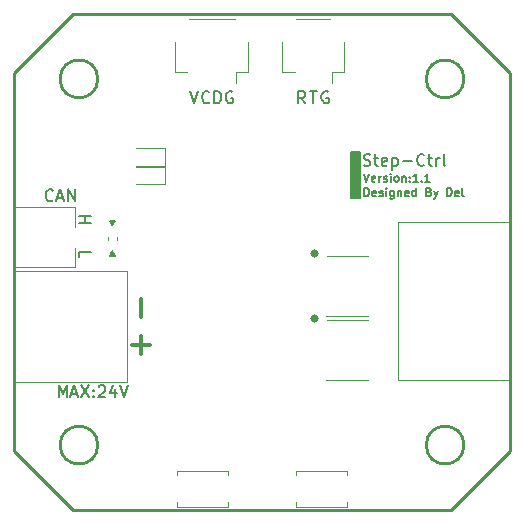
<source format=gbr>
%TF.GenerationSoftware,KiCad,Pcbnew,(6.0.5)*%
%TF.CreationDate,2023-02-02T15:23:46+08:00*%
%TF.ProjectId,Step_Ctrl_V2,53746570-5f43-4747-926c-5f56322e6b69,rev?*%
%TF.SameCoordinates,Original*%
%TF.FileFunction,Legend,Top*%
%TF.FilePolarity,Positive*%
%FSLAX46Y46*%
G04 Gerber Fmt 4.6, Leading zero omitted, Abs format (unit mm)*
G04 Created by KiCad (PCBNEW (6.0.5)) date 2023-02-02 15:23:46*
%MOMM*%
%LPD*%
G01*
G04 APERTURE LIST*
%ADD10C,0.150000*%
%ADD11C,0.130000*%
%ADD12C,0.160000*%
%ADD13C,0.300000*%
%TA.AperFunction,Profile*%
%ADD14C,0.250000*%
%TD*%
%ADD15C,0.120000*%
%ADD16C,0.360000*%
G04 APERTURE END LIST*
D10*
X135261904Y-84400000D02*
X135166666Y-84352380D01*
X135023809Y-84352380D01*
X134880952Y-84400000D01*
X134785714Y-84495238D01*
X134738095Y-84590476D01*
X134690476Y-84780952D01*
X134690476Y-84923809D01*
X134738095Y-85114285D01*
X134785714Y-85209523D01*
X134880952Y-85304761D01*
X135023809Y-85352380D01*
X135119047Y-85352380D01*
X135261904Y-85304761D01*
X135309523Y-85257142D01*
X135309523Y-84923809D01*
X135119047Y-84923809D01*
X133714285Y-84352380D02*
X134285714Y-84352380D01*
X134000000Y-85352380D02*
X134000000Y-84352380D01*
X133309523Y-85352380D02*
X132976190Y-84876190D01*
X132738095Y-85352380D02*
X132738095Y-84352380D01*
X133119047Y-84352380D01*
X133214285Y-84400000D01*
X133261904Y-84447619D01*
X133309523Y-84542857D01*
X133309523Y-84685714D01*
X133261904Y-84780952D01*
X133214285Y-84828571D01*
X133119047Y-84876190D01*
X132738095Y-84876190D01*
X127161904Y-84400000D02*
X127066666Y-84352380D01*
X126923809Y-84352380D01*
X126780952Y-84400000D01*
X126685714Y-84495238D01*
X126638095Y-84590476D01*
X126590476Y-84780952D01*
X126590476Y-84923809D01*
X126638095Y-85114285D01*
X126685714Y-85209523D01*
X126780952Y-85304761D01*
X126923809Y-85352380D01*
X127019047Y-85352380D01*
X127161904Y-85304761D01*
X127209523Y-85257142D01*
X127209523Y-84923809D01*
X127019047Y-84923809D01*
X125638095Y-85352380D02*
X125638095Y-84352380D01*
X125876190Y-84352380D01*
X126019047Y-84400000D01*
X126114285Y-84495238D01*
X126161904Y-84590476D01*
X126209523Y-84780952D01*
X126209523Y-84923809D01*
X126161904Y-85114285D01*
X126114285Y-85209523D01*
X126019047Y-85304761D01*
X125876190Y-85352380D01*
X125638095Y-85352380D01*
X125209523Y-85257142D02*
X125161904Y-85304761D01*
X125019047Y-85352380D01*
X124923809Y-85352380D01*
X124780952Y-85304761D01*
X124685714Y-85209523D01*
X124638095Y-85114285D01*
X124590476Y-84923809D01*
X124590476Y-84780952D01*
X124638095Y-84590476D01*
X124685714Y-84495238D01*
X124780952Y-84400000D01*
X124923809Y-84352380D01*
X125019047Y-84352380D01*
X125161904Y-84400000D01*
X125209523Y-84447619D01*
X123566666Y-84352380D02*
X123900000Y-85352380D01*
X124233333Y-84352380D01*
G36*
X138000000Y-93400000D02*
G01*
X137200000Y-93400000D01*
X137200000Y-89500000D01*
X138000000Y-89500000D01*
X138000000Y-93400000D01*
G37*
X138000000Y-93400000D02*
X137200000Y-93400000D01*
X137200000Y-89500000D01*
X138000000Y-89500000D01*
X138000000Y-93400000D01*
D11*
X138333333Y-93216666D02*
X138333333Y-92516666D01*
X138500000Y-92516666D01*
X138600000Y-92550000D01*
X138666666Y-92616666D01*
X138700000Y-92683333D01*
X138733333Y-92816666D01*
X138733333Y-92916666D01*
X138700000Y-93050000D01*
X138666666Y-93116666D01*
X138600000Y-93183333D01*
X138500000Y-93216666D01*
X138333333Y-93216666D01*
X139300000Y-93183333D02*
X139233333Y-93216666D01*
X139100000Y-93216666D01*
X139033333Y-93183333D01*
X139000000Y-93116666D01*
X139000000Y-92850000D01*
X139033333Y-92783333D01*
X139100000Y-92750000D01*
X139233333Y-92750000D01*
X139300000Y-92783333D01*
X139333333Y-92850000D01*
X139333333Y-92916666D01*
X139000000Y-92983333D01*
X139600000Y-93183333D02*
X139666666Y-93216666D01*
X139800000Y-93216666D01*
X139866666Y-93183333D01*
X139900000Y-93116666D01*
X139900000Y-93083333D01*
X139866666Y-93016666D01*
X139800000Y-92983333D01*
X139700000Y-92983333D01*
X139633333Y-92950000D01*
X139600000Y-92883333D01*
X139600000Y-92850000D01*
X139633333Y-92783333D01*
X139700000Y-92750000D01*
X139800000Y-92750000D01*
X139866666Y-92783333D01*
X140200000Y-93216666D02*
X140200000Y-92750000D01*
X140200000Y-92516666D02*
X140166666Y-92550000D01*
X140200000Y-92583333D01*
X140233333Y-92550000D01*
X140200000Y-92516666D01*
X140200000Y-92583333D01*
X140833333Y-92750000D02*
X140833333Y-93316666D01*
X140800000Y-93383333D01*
X140766666Y-93416666D01*
X140700000Y-93450000D01*
X140600000Y-93450000D01*
X140533333Y-93416666D01*
X140833333Y-93183333D02*
X140766666Y-93216666D01*
X140633333Y-93216666D01*
X140566666Y-93183333D01*
X140533333Y-93150000D01*
X140500000Y-93083333D01*
X140500000Y-92883333D01*
X140533333Y-92816666D01*
X140566666Y-92783333D01*
X140633333Y-92750000D01*
X140766666Y-92750000D01*
X140833333Y-92783333D01*
X141166666Y-92750000D02*
X141166666Y-93216666D01*
X141166666Y-92816666D02*
X141200000Y-92783333D01*
X141266666Y-92750000D01*
X141366666Y-92750000D01*
X141433333Y-92783333D01*
X141466666Y-92850000D01*
X141466666Y-93216666D01*
X142066666Y-93183333D02*
X142000000Y-93216666D01*
X141866666Y-93216666D01*
X141800000Y-93183333D01*
X141766666Y-93116666D01*
X141766666Y-92850000D01*
X141800000Y-92783333D01*
X141866666Y-92750000D01*
X142000000Y-92750000D01*
X142066666Y-92783333D01*
X142100000Y-92850000D01*
X142100000Y-92916666D01*
X141766666Y-92983333D01*
X142700000Y-93216666D02*
X142700000Y-92516666D01*
X142700000Y-93183333D02*
X142633333Y-93216666D01*
X142500000Y-93216666D01*
X142433333Y-93183333D01*
X142400000Y-93150000D01*
X142366666Y-93083333D01*
X142366666Y-92883333D01*
X142400000Y-92816666D01*
X142433333Y-92783333D01*
X142500000Y-92750000D01*
X142633333Y-92750000D01*
X142700000Y-92783333D01*
X143800000Y-92850000D02*
X143900000Y-92883333D01*
X143933333Y-92916666D01*
X143966666Y-92983333D01*
X143966666Y-93083333D01*
X143933333Y-93150000D01*
X143900000Y-93183333D01*
X143833333Y-93216666D01*
X143566666Y-93216666D01*
X143566666Y-92516666D01*
X143800000Y-92516666D01*
X143866666Y-92550000D01*
X143900000Y-92583333D01*
X143933333Y-92650000D01*
X143933333Y-92716666D01*
X143900000Y-92783333D01*
X143866666Y-92816666D01*
X143800000Y-92850000D01*
X143566666Y-92850000D01*
X144200000Y-92750000D02*
X144366666Y-93216666D01*
X144533333Y-92750000D02*
X144366666Y-93216666D01*
X144300000Y-93383333D01*
X144266666Y-93416666D01*
X144200000Y-93450000D01*
X145333333Y-93216666D02*
X145333333Y-92516666D01*
X145500000Y-92516666D01*
X145600000Y-92550000D01*
X145666666Y-92616666D01*
X145700000Y-92683333D01*
X145733333Y-92816666D01*
X145733333Y-92916666D01*
X145700000Y-93050000D01*
X145666666Y-93116666D01*
X145600000Y-93183333D01*
X145500000Y-93216666D01*
X145333333Y-93216666D01*
X146300000Y-93183333D02*
X146233333Y-93216666D01*
X146100000Y-93216666D01*
X146033333Y-93183333D01*
X146000000Y-93116666D01*
X146000000Y-92850000D01*
X146033333Y-92783333D01*
X146100000Y-92750000D01*
X146233333Y-92750000D01*
X146300000Y-92783333D01*
X146333333Y-92850000D01*
X146333333Y-92916666D01*
X146000000Y-92983333D01*
X146733333Y-93216666D02*
X146666666Y-93183333D01*
X146633333Y-93116666D01*
X146633333Y-92516666D01*
X138266666Y-91316666D02*
X138500000Y-92016666D01*
X138733333Y-91316666D01*
X139233333Y-91983333D02*
X139166666Y-92016666D01*
X139033333Y-92016666D01*
X138966666Y-91983333D01*
X138933333Y-91916666D01*
X138933333Y-91650000D01*
X138966666Y-91583333D01*
X139033333Y-91550000D01*
X139166666Y-91550000D01*
X139233333Y-91583333D01*
X139266666Y-91650000D01*
X139266666Y-91716666D01*
X138933333Y-91783333D01*
X139566666Y-92016666D02*
X139566666Y-91550000D01*
X139566666Y-91683333D02*
X139600000Y-91616666D01*
X139633333Y-91583333D01*
X139700000Y-91550000D01*
X139766666Y-91550000D01*
X139966666Y-91983333D02*
X140033333Y-92016666D01*
X140166666Y-92016666D01*
X140233333Y-91983333D01*
X140266666Y-91916666D01*
X140266666Y-91883333D01*
X140233333Y-91816666D01*
X140166666Y-91783333D01*
X140066666Y-91783333D01*
X140000000Y-91750000D01*
X139966666Y-91683333D01*
X139966666Y-91650000D01*
X140000000Y-91583333D01*
X140066666Y-91550000D01*
X140166666Y-91550000D01*
X140233333Y-91583333D01*
X140566666Y-92016666D02*
X140566666Y-91550000D01*
X140566666Y-91316666D02*
X140533333Y-91350000D01*
X140566666Y-91383333D01*
X140600000Y-91350000D01*
X140566666Y-91316666D01*
X140566666Y-91383333D01*
X141000000Y-92016666D02*
X140933333Y-91983333D01*
X140900000Y-91950000D01*
X140866666Y-91883333D01*
X140866666Y-91683333D01*
X140900000Y-91616666D01*
X140933333Y-91583333D01*
X141000000Y-91550000D01*
X141100000Y-91550000D01*
X141166666Y-91583333D01*
X141200000Y-91616666D01*
X141233333Y-91683333D01*
X141233333Y-91883333D01*
X141200000Y-91950000D01*
X141166666Y-91983333D01*
X141100000Y-92016666D01*
X141000000Y-92016666D01*
X141533333Y-91550000D02*
X141533333Y-92016666D01*
X141533333Y-91616666D02*
X141566666Y-91583333D01*
X141633333Y-91550000D01*
X141733333Y-91550000D01*
X141800000Y-91583333D01*
X141833333Y-91650000D01*
X141833333Y-92016666D01*
X142166666Y-91950000D02*
X142200000Y-91983333D01*
X142166666Y-92016666D01*
X142133333Y-91983333D01*
X142166666Y-91950000D01*
X142166666Y-92016666D01*
X142166666Y-91583333D02*
X142200000Y-91616666D01*
X142166666Y-91650000D01*
X142133333Y-91616666D01*
X142166666Y-91583333D01*
X142166666Y-91650000D01*
X142866666Y-92016666D02*
X142466666Y-92016666D01*
X142666666Y-92016666D02*
X142666666Y-91316666D01*
X142600000Y-91416666D01*
X142533333Y-91483333D01*
X142466666Y-91516666D01*
X143166666Y-91950000D02*
X143200000Y-91983333D01*
X143166666Y-92016666D01*
X143133333Y-91983333D01*
X143166666Y-91950000D01*
X143166666Y-92016666D01*
X143866666Y-92016666D02*
X143466666Y-92016666D01*
X143666666Y-92016666D02*
X143666666Y-91316666D01*
X143600000Y-91416666D01*
X143533333Y-91483333D01*
X143466666Y-91516666D01*
D12*
X138271428Y-90604761D02*
X138414285Y-90652380D01*
X138652380Y-90652380D01*
X138747619Y-90604761D01*
X138795238Y-90557142D01*
X138842857Y-90461904D01*
X138842857Y-90366666D01*
X138795238Y-90271428D01*
X138747619Y-90223809D01*
X138652380Y-90176190D01*
X138461904Y-90128571D01*
X138366666Y-90080952D01*
X138319047Y-90033333D01*
X138271428Y-89938095D01*
X138271428Y-89842857D01*
X138319047Y-89747619D01*
X138366666Y-89700000D01*
X138461904Y-89652380D01*
X138700000Y-89652380D01*
X138842857Y-89700000D01*
X139128571Y-89985714D02*
X139509523Y-89985714D01*
X139271428Y-89652380D02*
X139271428Y-90509523D01*
X139319047Y-90604761D01*
X139414285Y-90652380D01*
X139509523Y-90652380D01*
X140223809Y-90604761D02*
X140128571Y-90652380D01*
X139938095Y-90652380D01*
X139842857Y-90604761D01*
X139795238Y-90509523D01*
X139795238Y-90128571D01*
X139842857Y-90033333D01*
X139938095Y-89985714D01*
X140128571Y-89985714D01*
X140223809Y-90033333D01*
X140271428Y-90128571D01*
X140271428Y-90223809D01*
X139795238Y-90319047D01*
X140700000Y-89985714D02*
X140700000Y-90985714D01*
X140700000Y-90033333D02*
X140795238Y-89985714D01*
X140985714Y-89985714D01*
X141080952Y-90033333D01*
X141128571Y-90080952D01*
X141176190Y-90176190D01*
X141176190Y-90461904D01*
X141128571Y-90557142D01*
X141080952Y-90604761D01*
X140985714Y-90652380D01*
X140795238Y-90652380D01*
X140700000Y-90604761D01*
X141604761Y-90271428D02*
X142366666Y-90271428D01*
X143414285Y-90557142D02*
X143366666Y-90604761D01*
X143223809Y-90652380D01*
X143128571Y-90652380D01*
X142985714Y-90604761D01*
X142890476Y-90509523D01*
X142842857Y-90414285D01*
X142795238Y-90223809D01*
X142795238Y-90080952D01*
X142842857Y-89890476D01*
X142890476Y-89795238D01*
X142985714Y-89700000D01*
X143128571Y-89652380D01*
X143223809Y-89652380D01*
X143366666Y-89700000D01*
X143414285Y-89747619D01*
X143700000Y-89985714D02*
X144080952Y-89985714D01*
X143842857Y-89652380D02*
X143842857Y-90509523D01*
X143890476Y-90604761D01*
X143985714Y-90652380D01*
X144080952Y-90652380D01*
X144414285Y-90652380D02*
X144414285Y-89985714D01*
X144414285Y-90176190D02*
X144461904Y-90080952D01*
X144509523Y-90033333D01*
X144604761Y-89985714D01*
X144700000Y-89985714D01*
X145176190Y-90652380D02*
X145080952Y-90604761D01*
X145033333Y-90509523D01*
X145033333Y-89652380D01*
D10*
G36*
X117200000Y-98300000D02*
G01*
X116800000Y-98300000D01*
X117000000Y-97900000D01*
X117200000Y-98300000D01*
G37*
X117200000Y-98300000D02*
X116800000Y-98300000D01*
X117000000Y-97900000D01*
X117200000Y-98300000D01*
G36*
X117000000Y-95700000D02*
G01*
X116800000Y-95300000D01*
X117200000Y-95300000D01*
X117000000Y-95700000D01*
G37*
X117000000Y-95700000D02*
X116800000Y-95300000D01*
X117200000Y-95300000D01*
X117000000Y-95700000D01*
X114147619Y-98409523D02*
X114147619Y-97933333D01*
X115147619Y-97933333D01*
X114147619Y-94914285D02*
X115147619Y-94914285D01*
X114671428Y-94914285D02*
X114671428Y-95485714D01*
X114147619Y-95485714D02*
X115147619Y-95485714D01*
X111957142Y-93557142D02*
X111909523Y-93604761D01*
X111766666Y-93652380D01*
X111671428Y-93652380D01*
X111528571Y-93604761D01*
X111433333Y-93509523D01*
X111385714Y-93414285D01*
X111338095Y-93223809D01*
X111338095Y-93080952D01*
X111385714Y-92890476D01*
X111433333Y-92795238D01*
X111528571Y-92700000D01*
X111671428Y-92652380D01*
X111766666Y-92652380D01*
X111909523Y-92700000D01*
X111957142Y-92747619D01*
X112338095Y-93366666D02*
X112814285Y-93366666D01*
X112242857Y-93652380D02*
X112576190Y-92652380D01*
X112909523Y-93652380D01*
X113242857Y-93652380D02*
X113242857Y-92652380D01*
X113814285Y-93652380D01*
X113814285Y-92652380D01*
D13*
X119442857Y-103461904D02*
X119442857Y-101938095D01*
X119442857Y-106561904D02*
X119442857Y-105038095D01*
X120204761Y-105800000D02*
X118680952Y-105800000D01*
D10*
X112442857Y-110252380D02*
X112442857Y-109252380D01*
X112776190Y-109966666D01*
X113109523Y-109252380D01*
X113109523Y-110252380D01*
X113538095Y-109966666D02*
X114014285Y-109966666D01*
X113442857Y-110252380D02*
X113776190Y-109252380D01*
X114109523Y-110252380D01*
X114347619Y-109252380D02*
X115014285Y-110252380D01*
X115014285Y-109252380D02*
X114347619Y-110252380D01*
X115395238Y-110157142D02*
X115442857Y-110204761D01*
X115395238Y-110252380D01*
X115347619Y-110204761D01*
X115395238Y-110157142D01*
X115395238Y-110252380D01*
X115395238Y-109633333D02*
X115442857Y-109680952D01*
X115395238Y-109728571D01*
X115347619Y-109680952D01*
X115395238Y-109633333D01*
X115395238Y-109728571D01*
X115823809Y-109347619D02*
X115871428Y-109300000D01*
X115966666Y-109252380D01*
X116204761Y-109252380D01*
X116300000Y-109300000D01*
X116347619Y-109347619D01*
X116395238Y-109442857D01*
X116395238Y-109538095D01*
X116347619Y-109680952D01*
X115776190Y-110252380D01*
X116395238Y-110252380D01*
X117252380Y-109585714D02*
X117252380Y-110252380D01*
X117014285Y-109204761D02*
X116776190Y-109919047D01*
X117395238Y-109919047D01*
X117633333Y-109252380D02*
X117966666Y-110252380D01*
X118300000Y-109252380D01*
D14*
X146761000Y-114300000D02*
G75*
G03*
X146761000Y-114300000I-1600000J0D01*
G01*
X145661000Y-119800000D02*
X150661000Y-114800000D01*
X113661000Y-119800000D02*
X145661000Y-119800000D01*
X150661000Y-114800000D02*
X150661000Y-82800000D01*
X145661000Y-77800000D02*
X150661000Y-82800000D01*
X115761000Y-83300000D02*
G75*
G03*
X115761000Y-83300000I-1600000J0D01*
G01*
X146761000Y-83300000D02*
G75*
G03*
X146761000Y-83300000I-1600000J0D01*
G01*
X115761000Y-114300000D02*
G75*
G03*
X115761000Y-114300000I-1600000J0D01*
G01*
X145661000Y-77800000D02*
X113661000Y-77800000D01*
X108661000Y-82800000D02*
X108661000Y-114800000D01*
X108661000Y-82800000D02*
X113661000Y-77800000D01*
X113661000Y-119800000D02*
X108661000Y-114800000D01*
D15*
%TO.C,J2*%
X127340000Y-78215000D02*
X123460000Y-78215000D01*
X128510000Y-80185000D02*
X128510000Y-82685000D01*
X122290000Y-80185000D02*
X122290000Y-82685000D01*
X128510000Y-82685000D02*
X127460000Y-82685000D01*
X122290000Y-82685000D02*
X123340000Y-82685000D01*
X127460000Y-82685000D02*
X127460000Y-83675000D01*
%TO.C,J1*%
X118250000Y-108970000D02*
X108750000Y-108970000D01*
X118250000Y-99570000D02*
X118250000Y-108970000D01*
X108750000Y-99570000D02*
X118250000Y-99570000D01*
X108750000Y-108970000D02*
X108750000Y-99570000D01*
%TO.C,U6*%
X138678000Y-108830500D02*
X135122000Y-108830500D01*
X135135000Y-103750500D02*
X138678000Y-103750500D01*
D16*
X134286000Y-103577500D02*
G75*
G03*
X134286000Y-103577500I-180000J0D01*
G01*
D15*
%TO.C,U5*%
X138678000Y-103330500D02*
X135122000Y-103330500D01*
X135135000Y-98250500D02*
X138678000Y-98250500D01*
D16*
X134286000Y-98077500D02*
G75*
G03*
X134286000Y-98077500I-180000J0D01*
G01*
D15*
%TO.C,SW2*%
X136819000Y-119524000D02*
X136819000Y-119143000D01*
X136819000Y-116476000D02*
X136819000Y-116857000D01*
X132501000Y-116857000D02*
X132501000Y-116476000D01*
X132501000Y-119143000D02*
X132501000Y-119524000D01*
X132501000Y-119524000D02*
X136819000Y-119524000D01*
X132501000Y-116476000D02*
X136819000Y-116476000D01*
%TO.C,SW1*%
X122501000Y-116476000D02*
X122501000Y-116857000D01*
X122501000Y-119524000D02*
X122501000Y-119143000D01*
X126819000Y-119143000D02*
X126819000Y-119524000D01*
X126819000Y-116857000D02*
X126819000Y-116476000D01*
X126819000Y-116476000D02*
X122501000Y-116476000D01*
X126819000Y-119524000D02*
X122501000Y-119524000D01*
%TO.C,R10*%
X117380000Y-96646359D02*
X117380000Y-96953641D01*
X116620000Y-96646359D02*
X116620000Y-96953641D01*
%TO.C,J5*%
X150650000Y-108800000D02*
X141150000Y-108800000D01*
X141150000Y-95400000D02*
X150650000Y-95400000D01*
X141150000Y-108800000D02*
X141150000Y-95400000D01*
X150650000Y-95400000D02*
X150650000Y-108800000D01*
%TO.C,J4*%
X113870000Y-94160000D02*
X108790000Y-94160000D01*
X113870000Y-99240000D02*
X113870000Y-97589000D01*
X108790000Y-94160000D02*
X108790000Y-99240000D01*
X108790000Y-99240000D02*
X113870000Y-99240000D01*
X113870000Y-95811000D02*
X113870000Y-94160000D01*
%TO.C,J3*%
X131390000Y-80185000D02*
X131390000Y-82685000D01*
X135560000Y-82685000D02*
X135560000Y-83675000D01*
X136610000Y-80185000D02*
X136610000Y-82685000D01*
X136610000Y-82685000D02*
X135560000Y-82685000D01*
X131390000Y-82685000D02*
X132440000Y-82685000D01*
X135440000Y-78215000D02*
X132560000Y-78215000D01*
%TO.C,D3*%
X119000000Y-92235000D02*
X121460000Y-92235000D01*
X121460000Y-90765000D02*
X119000000Y-90765000D01*
X121460000Y-92235000D02*
X121460000Y-90765000D01*
%TO.C,D2*%
X119000000Y-90635000D02*
X121460000Y-90635000D01*
X121460000Y-89165000D02*
X119000000Y-89165000D01*
X121460000Y-90635000D02*
X121460000Y-89165000D01*
%TD*%
M02*

</source>
